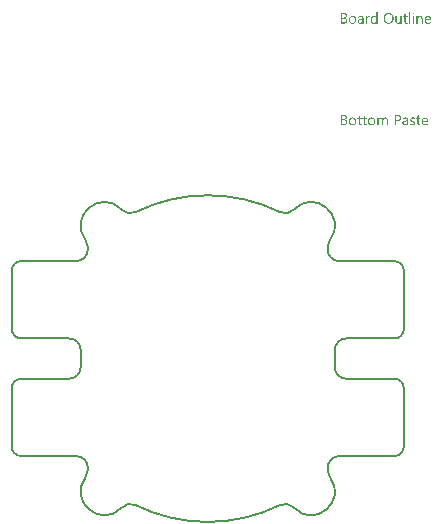
<source format=gbp>
G04*
G04 #@! TF.GenerationSoftware,Altium Limited,Altium Designer,21.8.1 (53)*
G04*
G04 Layer_Color=128*
%FSAX25Y25*%
%MOIN*%
G70*
G04*
G04 #@! TF.SameCoordinates,7A0B2967-6A00-4F57-884A-72BECA2B0823*
G04*
G04*
G04 #@! TF.FilePolarity,Positive*
G04*
G01*
G75*
%ADD12C,0.00787*%
G36*
X0068599Y0167500D02*
X0068624D01*
X0068679Y0167475D01*
X0068710Y0167456D01*
X0068741Y0167432D01*
X0068747Y0167426D01*
X0068754Y0167419D01*
X0068785Y0167382D01*
X0068809Y0167320D01*
X0068815Y0167283D01*
X0068822Y0167246D01*
Y0167240D01*
Y0167227D01*
X0068815Y0167209D01*
X0068809Y0167184D01*
X0068791Y0167122D01*
X0068766Y0167091D01*
X0068741Y0167060D01*
X0068735D01*
X0068729Y0167048D01*
X0068692Y0167023D01*
X0068636Y0166998D01*
X0068599Y0166992D01*
X0068562Y0166986D01*
X0068543D01*
X0068525Y0166992D01*
X0068500D01*
X0068438Y0167017D01*
X0068407Y0167029D01*
X0068376Y0167054D01*
Y0167060D01*
X0068364Y0167066D01*
X0068351Y0167085D01*
X0068339Y0167104D01*
X0068314Y0167166D01*
X0068308Y0167203D01*
X0068302Y0167246D01*
Y0167252D01*
Y0167264D01*
X0068308Y0167283D01*
X0068314Y0167314D01*
X0068333Y0167370D01*
X0068351Y0167401D01*
X0068376Y0167432D01*
X0068382Y0167438D01*
X0068388Y0167444D01*
X0068426Y0167469D01*
X0068487Y0167493D01*
X0068525Y0167506D01*
X0068580D01*
X0068599Y0167500D01*
D02*
G37*
G36*
X0056609Y0163835D02*
X0056207D01*
Y0164256D01*
X0056194D01*
Y0164250D01*
X0056182Y0164238D01*
X0056163Y0164213D01*
X0056145Y0164182D01*
X0056114Y0164145D01*
X0056077Y0164108D01*
X0056033Y0164064D01*
X0055984Y0164021D01*
X0055928Y0163971D01*
X0055860Y0163928D01*
X0055792Y0163891D01*
X0055711Y0163854D01*
X0055631Y0163823D01*
X0055538Y0163798D01*
X0055439Y0163786D01*
X0055334Y0163779D01*
X0055290D01*
X0055253Y0163786D01*
X0055216Y0163792D01*
X0055167Y0163798D01*
X0055061Y0163823D01*
X0054937Y0163860D01*
X0054814Y0163922D01*
X0054746Y0163959D01*
X0054690Y0164002D01*
X0054628Y0164058D01*
X0054572Y0164114D01*
Y0164120D01*
X0054560Y0164132D01*
X0054548Y0164151D01*
X0054529Y0164176D01*
X0054510Y0164207D01*
X0054486Y0164250D01*
X0054461Y0164299D01*
X0054436Y0164355D01*
X0054405Y0164417D01*
X0054380Y0164485D01*
X0054356Y0164559D01*
X0054337Y0164640D01*
X0054318Y0164727D01*
X0054306Y0164826D01*
X0054300Y0164925D01*
X0054294Y0165030D01*
Y0165036D01*
Y0165055D01*
Y0165092D01*
X0054300Y0165135D01*
X0054306Y0165185D01*
X0054312Y0165247D01*
X0054318Y0165315D01*
X0054331Y0165389D01*
X0054368Y0165550D01*
X0054424Y0165717D01*
X0054461Y0165797D01*
X0054504Y0165878D01*
X0054548Y0165952D01*
X0054603Y0166026D01*
X0054610Y0166033D01*
X0054616Y0166045D01*
X0054634Y0166064D01*
X0054659Y0166088D01*
X0054690Y0166113D01*
X0054733Y0166144D01*
X0054777Y0166181D01*
X0054826Y0166218D01*
X0054950Y0166287D01*
X0055092Y0166348D01*
X0055173Y0166367D01*
X0055259Y0166385D01*
X0055346Y0166398D01*
X0055445Y0166404D01*
X0055495D01*
X0055532Y0166398D01*
X0055569Y0166392D01*
X0055618Y0166385D01*
X0055730Y0166355D01*
X0055854Y0166305D01*
X0055915Y0166274D01*
X0055977Y0166231D01*
X0056039Y0166187D01*
X0056095Y0166132D01*
X0056145Y0166070D01*
X0056194Y0165996D01*
X0056207D01*
Y0167555D01*
X0056609D01*
Y0163835D01*
D02*
G37*
G36*
X0070877Y0166398D02*
X0070951Y0166392D01*
X0071044Y0166373D01*
X0071143Y0166342D01*
X0071248Y0166293D01*
X0071353Y0166225D01*
X0071397Y0166187D01*
X0071440Y0166138D01*
X0071452Y0166126D01*
X0071477Y0166088D01*
X0071508Y0166026D01*
X0071552Y0165940D01*
X0071589Y0165835D01*
X0071626Y0165705D01*
X0071650Y0165550D01*
X0071657Y0165370D01*
Y0163835D01*
X0071254D01*
Y0165265D01*
Y0165271D01*
Y0165302D01*
X0071248Y0165339D01*
Y0165389D01*
X0071236Y0165451D01*
X0071223Y0165519D01*
X0071205Y0165593D01*
X0071180Y0165667D01*
X0071149Y0165742D01*
X0071112Y0165810D01*
X0071062Y0165878D01*
X0071007Y0165940D01*
X0070945Y0165989D01*
X0070864Y0166026D01*
X0070778Y0166058D01*
X0070673Y0166064D01*
X0070660D01*
X0070623Y0166058D01*
X0070567Y0166051D01*
X0070499Y0166033D01*
X0070419Y0166008D01*
X0070332Y0165965D01*
X0070252Y0165909D01*
X0070171Y0165835D01*
X0070165Y0165822D01*
X0070140Y0165797D01*
X0070109Y0165748D01*
X0070072Y0165680D01*
X0070035Y0165599D01*
X0070004Y0165500D01*
X0069979Y0165389D01*
X0069973Y0165265D01*
Y0163835D01*
X0069571D01*
Y0166348D01*
X0069973D01*
Y0165928D01*
X0069985D01*
X0069992Y0165934D01*
X0069998Y0165946D01*
X0070016Y0165971D01*
X0070041Y0166002D01*
X0070066Y0166039D01*
X0070103Y0166076D01*
X0070146Y0166119D01*
X0070196Y0166169D01*
X0070252Y0166212D01*
X0070314Y0166255D01*
X0070382Y0166293D01*
X0070456Y0166330D01*
X0070530Y0166361D01*
X0070617Y0166385D01*
X0070710Y0166398D01*
X0070809Y0166404D01*
X0070846D01*
X0070877Y0166398D01*
D02*
G37*
G36*
X0053879Y0166385D02*
X0053953Y0166379D01*
X0053997Y0166367D01*
X0054028Y0166355D01*
Y0165940D01*
X0054021Y0165946D01*
X0054009Y0165952D01*
X0053984Y0165965D01*
X0053953Y0165983D01*
X0053910Y0165996D01*
X0053854Y0166008D01*
X0053792Y0166014D01*
X0053724Y0166020D01*
X0053712D01*
X0053681Y0166014D01*
X0053631Y0166008D01*
X0053576Y0165989D01*
X0053501Y0165958D01*
X0053433Y0165915D01*
X0053359Y0165853D01*
X0053291Y0165773D01*
X0053285Y0165760D01*
X0053266Y0165729D01*
X0053235Y0165674D01*
X0053204Y0165599D01*
X0053173Y0165506D01*
X0053142Y0165389D01*
X0053124Y0165259D01*
X0053118Y0165110D01*
Y0163835D01*
X0052715D01*
Y0166348D01*
X0053118D01*
Y0165828D01*
X0053130D01*
Y0165835D01*
X0053136Y0165841D01*
X0053149Y0165872D01*
X0053167Y0165921D01*
X0053198Y0165983D01*
X0053229Y0166045D01*
X0053279Y0166113D01*
X0053328Y0166181D01*
X0053390Y0166243D01*
X0053396Y0166249D01*
X0053421Y0166268D01*
X0053458Y0166293D01*
X0053508Y0166317D01*
X0053563Y0166342D01*
X0053631Y0166367D01*
X0053706Y0166385D01*
X0053786Y0166392D01*
X0053842D01*
X0053879Y0166385D01*
D02*
G37*
G36*
X0064619Y0163835D02*
X0064216D01*
Y0164231D01*
X0064204D01*
Y0164225D01*
X0064192Y0164213D01*
X0064179Y0164188D01*
X0064154Y0164163D01*
X0064099Y0164089D01*
X0064012Y0164009D01*
X0063963Y0163965D01*
X0063907Y0163922D01*
X0063845Y0163885D01*
X0063771Y0163848D01*
X0063696Y0163823D01*
X0063616Y0163798D01*
X0063523Y0163786D01*
X0063430Y0163779D01*
X0063393D01*
X0063350Y0163786D01*
X0063288Y0163798D01*
X0063220Y0163811D01*
X0063146Y0163835D01*
X0063065Y0163866D01*
X0062985Y0163916D01*
X0062898Y0163971D01*
X0062817Y0164040D01*
X0062743Y0164126D01*
X0062675Y0164231D01*
X0062613Y0164349D01*
X0062570Y0164491D01*
X0062545Y0164658D01*
X0062533Y0164745D01*
Y0164844D01*
Y0166348D01*
X0062929D01*
Y0164906D01*
Y0164900D01*
Y0164875D01*
X0062935Y0164832D01*
X0062941Y0164782D01*
X0062947Y0164720D01*
X0062960Y0164658D01*
X0062978Y0164584D01*
X0063003Y0164510D01*
X0063040Y0164436D01*
X0063077Y0164368D01*
X0063127Y0164299D01*
X0063189Y0164238D01*
X0063257Y0164188D01*
X0063337Y0164151D01*
X0063436Y0164120D01*
X0063542Y0164114D01*
X0063554D01*
X0063591Y0164120D01*
X0063647Y0164126D01*
X0063709Y0164139D01*
X0063789Y0164170D01*
X0063870Y0164207D01*
X0063950Y0164256D01*
X0064024Y0164330D01*
X0064031Y0164343D01*
X0064055Y0164368D01*
X0064086Y0164417D01*
X0064123Y0164485D01*
X0064154Y0164566D01*
X0064185Y0164665D01*
X0064210Y0164776D01*
X0064216Y0164900D01*
Y0166348D01*
X0064619D01*
Y0163835D01*
D02*
G37*
G36*
X0068754D02*
X0068351D01*
Y0166348D01*
X0068754D01*
Y0163835D01*
D02*
G37*
G36*
X0067534D02*
X0067132D01*
Y0167555D01*
X0067534D01*
Y0163835D01*
D02*
G37*
G36*
X0051155Y0166398D02*
X0051211Y0166392D01*
X0051279Y0166373D01*
X0051354Y0166355D01*
X0051434Y0166324D01*
X0051521Y0166287D01*
X0051601Y0166237D01*
X0051682Y0166175D01*
X0051756Y0166101D01*
X0051824Y0166008D01*
X0051880Y0165903D01*
X0051923Y0165779D01*
X0051948Y0165637D01*
X0051960Y0165469D01*
Y0163835D01*
X0051558D01*
Y0164225D01*
X0051545D01*
Y0164219D01*
X0051533Y0164207D01*
X0051521Y0164182D01*
X0051496Y0164157D01*
X0051434Y0164083D01*
X0051354Y0164002D01*
X0051242Y0163922D01*
X0051112Y0163848D01*
X0051032Y0163823D01*
X0050951Y0163798D01*
X0050864Y0163786D01*
X0050772Y0163779D01*
X0050735D01*
X0050710Y0163786D01*
X0050642Y0163792D01*
X0050561Y0163804D01*
X0050462Y0163829D01*
X0050369Y0163860D01*
X0050270Y0163909D01*
X0050184Y0163971D01*
X0050177Y0163984D01*
X0050153Y0164009D01*
X0050116Y0164052D01*
X0050078Y0164114D01*
X0050041Y0164188D01*
X0050004Y0164275D01*
X0049979Y0164380D01*
X0049973Y0164498D01*
Y0164504D01*
Y0164529D01*
X0049979Y0164566D01*
X0049986Y0164609D01*
X0049998Y0164665D01*
X0050016Y0164727D01*
X0050041Y0164795D01*
X0050078Y0164863D01*
X0050122Y0164937D01*
X0050177Y0165011D01*
X0050245Y0165079D01*
X0050326Y0165141D01*
X0050419Y0165203D01*
X0050530Y0165253D01*
X0050654Y0165290D01*
X0050803Y0165321D01*
X0051558Y0165426D01*
Y0165432D01*
Y0165451D01*
X0051552Y0165488D01*
Y0165525D01*
X0051539Y0165575D01*
X0051533Y0165630D01*
X0051496Y0165748D01*
X0051465Y0165804D01*
X0051434Y0165859D01*
X0051391Y0165915D01*
X0051341Y0165965D01*
X0051279Y0166008D01*
X0051211Y0166039D01*
X0051131Y0166058D01*
X0051038Y0166064D01*
X0050994D01*
X0050963Y0166058D01*
X0050920D01*
X0050877Y0166045D01*
X0050766Y0166026D01*
X0050642Y0165989D01*
X0050506Y0165934D01*
X0050431Y0165896D01*
X0050363Y0165859D01*
X0050289Y0165810D01*
X0050221Y0165754D01*
Y0166169D01*
X0050227D01*
X0050239Y0166181D01*
X0050258Y0166194D01*
X0050289Y0166206D01*
X0050320Y0166225D01*
X0050363Y0166243D01*
X0050413Y0166262D01*
X0050468Y0166287D01*
X0050592Y0166330D01*
X0050741Y0166367D01*
X0050902Y0166392D01*
X0051075Y0166404D01*
X0051112D01*
X0051155Y0166398D01*
D02*
G37*
G36*
X0045467Y0167345D02*
X0045510D01*
X0045553Y0167339D01*
X0045652Y0167326D01*
X0045770Y0167296D01*
X0045894Y0167258D01*
X0046011Y0167203D01*
X0046117Y0167128D01*
X0046123D01*
X0046129Y0167116D01*
X0046160Y0167091D01*
X0046203Y0167042D01*
X0046253Y0166974D01*
X0046296Y0166887D01*
X0046340Y0166788D01*
X0046371Y0166676D01*
X0046383Y0166615D01*
Y0166546D01*
Y0166540D01*
Y0166534D01*
Y0166497D01*
X0046377Y0166441D01*
X0046364Y0166373D01*
X0046346Y0166287D01*
X0046315Y0166200D01*
X0046278Y0166113D01*
X0046222Y0166026D01*
X0046216Y0166014D01*
X0046191Y0165989D01*
X0046154Y0165952D01*
X0046104Y0165903D01*
X0046042Y0165853D01*
X0045968Y0165797D01*
X0045875Y0165754D01*
X0045776Y0165711D01*
Y0165705D01*
X0045795D01*
X0045814Y0165698D01*
X0045832Y0165692D01*
X0045900Y0165680D01*
X0045981Y0165655D01*
X0046067Y0165618D01*
X0046160Y0165575D01*
X0046253Y0165513D01*
X0046340Y0165432D01*
X0046352Y0165420D01*
X0046377Y0165389D01*
X0046408Y0165346D01*
X0046451Y0165278D01*
X0046488Y0165191D01*
X0046525Y0165092D01*
X0046550Y0164974D01*
X0046556Y0164844D01*
Y0164838D01*
Y0164826D01*
Y0164801D01*
X0046550Y0164770D01*
X0046544Y0164733D01*
X0046538Y0164690D01*
X0046513Y0164584D01*
X0046476Y0164467D01*
X0046420Y0164343D01*
X0046383Y0164287D01*
X0046340Y0164225D01*
X0046284Y0164170D01*
X0046228Y0164114D01*
X0046222D01*
X0046216Y0164101D01*
X0046197Y0164089D01*
X0046172Y0164070D01*
X0046141Y0164052D01*
X0046098Y0164027D01*
X0046005Y0163978D01*
X0045888Y0163922D01*
X0045752Y0163879D01*
X0045591Y0163848D01*
X0045510Y0163841D01*
X0045417Y0163835D01*
X0044390D01*
Y0167351D01*
X0045436D01*
X0045467Y0167345D01*
D02*
G37*
G36*
X0065962Y0166348D02*
X0066600D01*
Y0166002D01*
X0065962D01*
Y0164584D01*
Y0164572D01*
Y0164541D01*
X0065968Y0164498D01*
X0065974Y0164442D01*
X0065999Y0164324D01*
X0066018Y0164269D01*
X0066049Y0164225D01*
X0066055Y0164219D01*
X0066067Y0164207D01*
X0066086Y0164194D01*
X0066117Y0164176D01*
X0066154Y0164151D01*
X0066203Y0164139D01*
X0066265Y0164126D01*
X0066333Y0164120D01*
X0066358D01*
X0066389Y0164126D01*
X0066426Y0164132D01*
X0066513Y0164157D01*
X0066556Y0164176D01*
X0066600Y0164200D01*
Y0163854D01*
X0066593D01*
X0066575Y0163841D01*
X0066544Y0163835D01*
X0066500Y0163823D01*
X0066445Y0163811D01*
X0066383Y0163798D01*
X0066309Y0163792D01*
X0066222Y0163786D01*
X0066191D01*
X0066160Y0163792D01*
X0066117Y0163798D01*
X0066067Y0163811D01*
X0066011Y0163823D01*
X0065956Y0163848D01*
X0065894Y0163879D01*
X0065832Y0163916D01*
X0065770Y0163965D01*
X0065714Y0164021D01*
X0065665Y0164095D01*
X0065622Y0164176D01*
X0065591Y0164275D01*
X0065566Y0164386D01*
X0065560Y0164516D01*
Y0166002D01*
X0065132D01*
Y0166348D01*
X0065560D01*
Y0166961D01*
X0065962Y0167091D01*
Y0166348D01*
D02*
G37*
G36*
X0073489Y0166398D02*
X0073532Y0166392D01*
X0073576Y0166385D01*
X0073687Y0166367D01*
X0073811Y0166324D01*
X0073935Y0166268D01*
X0073997Y0166231D01*
X0074058Y0166187D01*
X0074114Y0166138D01*
X0074170Y0166082D01*
X0074176Y0166076D01*
X0074182Y0166070D01*
X0074195Y0166051D01*
X0074213Y0166026D01*
X0074232Y0165989D01*
X0074256Y0165952D01*
X0074281Y0165909D01*
X0074306Y0165853D01*
X0074331Y0165791D01*
X0074356Y0165729D01*
X0074380Y0165655D01*
X0074399Y0165575D01*
X0074417Y0165488D01*
X0074430Y0165401D01*
X0074442Y0165302D01*
Y0165197D01*
Y0164987D01*
X0072666D01*
Y0164980D01*
Y0164968D01*
Y0164950D01*
X0072672Y0164918D01*
X0072678Y0164881D01*
Y0164844D01*
X0072697Y0164745D01*
X0072728Y0164646D01*
X0072765Y0164535D01*
X0072820Y0164429D01*
X0072888Y0164337D01*
X0072901Y0164324D01*
X0072926Y0164299D01*
X0072975Y0164269D01*
X0073043Y0164225D01*
X0073130Y0164182D01*
X0073229Y0164151D01*
X0073347Y0164126D01*
X0073483Y0164114D01*
X0073526D01*
X0073557Y0164120D01*
X0073594D01*
X0073637Y0164126D01*
X0073743Y0164151D01*
X0073860Y0164182D01*
X0073990Y0164231D01*
X0074126Y0164299D01*
X0074195Y0164343D01*
X0074263Y0164392D01*
Y0164015D01*
X0074256D01*
X0074250Y0164002D01*
X0074232Y0163996D01*
X0074201Y0163978D01*
X0074170Y0163959D01*
X0074133Y0163941D01*
X0074083Y0163922D01*
X0074034Y0163897D01*
X0073972Y0163872D01*
X0073904Y0163854D01*
X0073755Y0163817D01*
X0073582Y0163792D01*
X0073390Y0163779D01*
X0073340D01*
X0073303Y0163786D01*
X0073260Y0163792D01*
X0073204Y0163798D01*
X0073087Y0163823D01*
X0072950Y0163860D01*
X0072814Y0163922D01*
X0072746Y0163965D01*
X0072678Y0164009D01*
X0072616Y0164058D01*
X0072554Y0164120D01*
X0072548Y0164126D01*
X0072542Y0164139D01*
X0072530Y0164157D01*
X0072505Y0164182D01*
X0072486Y0164219D01*
X0072461Y0164262D01*
X0072430Y0164312D01*
X0072406Y0164368D01*
X0072375Y0164429D01*
X0072350Y0164504D01*
X0072319Y0164584D01*
X0072300Y0164671D01*
X0072282Y0164764D01*
X0072263Y0164863D01*
X0072257Y0164968D01*
X0072251Y0165079D01*
Y0165086D01*
Y0165104D01*
Y0165135D01*
X0072257Y0165179D01*
X0072263Y0165228D01*
X0072269Y0165284D01*
X0072276Y0165352D01*
X0072294Y0165420D01*
X0072331Y0165568D01*
X0072387Y0165729D01*
X0072424Y0165810D01*
X0072474Y0165884D01*
X0072523Y0165965D01*
X0072579Y0166033D01*
X0072585Y0166039D01*
X0072598Y0166051D01*
X0072616Y0166070D01*
X0072641Y0166088D01*
X0072672Y0166119D01*
X0072709Y0166150D01*
X0072759Y0166181D01*
X0072808Y0166218D01*
X0072926Y0166287D01*
X0073068Y0166348D01*
X0073149Y0166367D01*
X0073229Y0166385D01*
X0073316Y0166398D01*
X0073409Y0166404D01*
X0073458D01*
X0073489Y0166398D01*
D02*
G37*
G36*
X0060447Y0167407D02*
X0060509Y0167401D01*
X0060583Y0167388D01*
X0060663Y0167370D01*
X0060750Y0167351D01*
X0060837Y0167326D01*
X0060936Y0167296D01*
X0061028Y0167252D01*
X0061128Y0167203D01*
X0061227Y0167147D01*
X0061319Y0167079D01*
X0061412Y0167005D01*
X0061499Y0166918D01*
X0061505Y0166912D01*
X0061518Y0166893D01*
X0061542Y0166868D01*
X0061567Y0166831D01*
X0061604Y0166782D01*
X0061641Y0166720D01*
X0061678Y0166652D01*
X0061722Y0166577D01*
X0061765Y0166485D01*
X0061802Y0166392D01*
X0061839Y0166287D01*
X0061876Y0166169D01*
X0061901Y0166051D01*
X0061926Y0165921D01*
X0061938Y0165779D01*
X0061945Y0165637D01*
Y0165624D01*
Y0165599D01*
Y0165556D01*
X0061938Y0165494D01*
X0061932Y0165420D01*
X0061920Y0165339D01*
X0061908Y0165247D01*
X0061889Y0165141D01*
X0061864Y0165036D01*
X0061833Y0164925D01*
X0061796Y0164813D01*
X0061753Y0164702D01*
X0061697Y0164584D01*
X0061635Y0164479D01*
X0061567Y0164374D01*
X0061487Y0164275D01*
X0061480Y0164269D01*
X0061468Y0164256D01*
X0061437Y0164231D01*
X0061406Y0164200D01*
X0061357Y0164157D01*
X0061301Y0164120D01*
X0061239Y0164070D01*
X0061165Y0164027D01*
X0061084Y0163984D01*
X0060991Y0163934D01*
X0060892Y0163897D01*
X0060781Y0163860D01*
X0060663Y0163823D01*
X0060540Y0163798D01*
X0060409Y0163786D01*
X0060267Y0163779D01*
X0060236D01*
X0060193Y0163786D01*
X0060143D01*
X0060081Y0163792D01*
X0060007Y0163804D01*
X0059927Y0163823D01*
X0059834Y0163841D01*
X0059741Y0163866D01*
X0059642Y0163897D01*
X0059543Y0163941D01*
X0059444Y0163984D01*
X0059345Y0164040D01*
X0059246Y0164108D01*
X0059153Y0164182D01*
X0059066Y0164269D01*
X0059060Y0164275D01*
X0059048Y0164293D01*
X0059023Y0164318D01*
X0058998Y0164355D01*
X0058961Y0164405D01*
X0058924Y0164467D01*
X0058887Y0164535D01*
X0058843Y0164615D01*
X0058800Y0164702D01*
X0058763Y0164795D01*
X0058726Y0164900D01*
X0058689Y0165017D01*
X0058664Y0165135D01*
X0058639Y0165265D01*
X0058627Y0165408D01*
X0058621Y0165550D01*
Y0165562D01*
Y0165587D01*
X0058627Y0165630D01*
Y0165692D01*
X0058633Y0165760D01*
X0058645Y0165847D01*
X0058658Y0165940D01*
X0058676Y0166039D01*
X0058701Y0166144D01*
X0058732Y0166255D01*
X0058769Y0166367D01*
X0058812Y0166478D01*
X0058868Y0166590D01*
X0058930Y0166701D01*
X0058998Y0166806D01*
X0059079Y0166905D01*
X0059085Y0166912D01*
X0059097Y0166930D01*
X0059128Y0166955D01*
X0059165Y0166986D01*
X0059209Y0167023D01*
X0059264Y0167066D01*
X0059332Y0167110D01*
X0059407Y0167159D01*
X0059493Y0167209D01*
X0059586Y0167252D01*
X0059685Y0167296D01*
X0059797Y0167333D01*
X0059921Y0167364D01*
X0060050Y0167394D01*
X0060187Y0167407D01*
X0060329Y0167413D01*
X0060397D01*
X0060447Y0167407D01*
D02*
G37*
G36*
X0048419Y0166398D02*
X0048463Y0166392D01*
X0048518Y0166385D01*
X0048642Y0166361D01*
X0048785Y0166317D01*
X0048927Y0166255D01*
X0049001Y0166218D01*
X0049069Y0166175D01*
X0049137Y0166119D01*
X0049199Y0166058D01*
X0049206Y0166051D01*
X0049212Y0166039D01*
X0049230Y0166020D01*
X0049249Y0165996D01*
X0049274Y0165958D01*
X0049298Y0165915D01*
X0049329Y0165866D01*
X0049360Y0165810D01*
X0049385Y0165742D01*
X0049416Y0165674D01*
X0049441Y0165593D01*
X0049466Y0165506D01*
X0049484Y0165414D01*
X0049503Y0165315D01*
X0049509Y0165209D01*
X0049515Y0165098D01*
Y0165092D01*
Y0165073D01*
Y0165042D01*
X0049509Y0164999D01*
X0049503Y0164950D01*
X0049496Y0164888D01*
X0049484Y0164826D01*
X0049472Y0164751D01*
X0049435Y0164603D01*
X0049373Y0164442D01*
X0049336Y0164361D01*
X0049286Y0164281D01*
X0049237Y0164207D01*
X0049175Y0164139D01*
X0049168Y0164132D01*
X0049156Y0164126D01*
X0049137Y0164108D01*
X0049113Y0164083D01*
X0049076Y0164058D01*
X0049038Y0164027D01*
X0048989Y0163990D01*
X0048933Y0163959D01*
X0048871Y0163928D01*
X0048803Y0163891D01*
X0048729Y0163860D01*
X0048649Y0163835D01*
X0048562Y0163811D01*
X0048469Y0163798D01*
X0048370Y0163786D01*
X0048265Y0163779D01*
X0048209D01*
X0048172Y0163786D01*
X0048129Y0163792D01*
X0048073Y0163798D01*
X0048011Y0163811D01*
X0047943Y0163823D01*
X0047800Y0163866D01*
X0047652Y0163928D01*
X0047578Y0163965D01*
X0047510Y0164015D01*
X0047441Y0164064D01*
X0047373Y0164126D01*
X0047367Y0164132D01*
X0047361Y0164145D01*
X0047342Y0164163D01*
X0047324Y0164188D01*
X0047299Y0164225D01*
X0047268Y0164269D01*
X0047237Y0164318D01*
X0047212Y0164374D01*
X0047181Y0164442D01*
X0047150Y0164510D01*
X0047120Y0164584D01*
X0047095Y0164671D01*
X0047058Y0164857D01*
X0047052Y0164956D01*
X0047045Y0165061D01*
Y0165067D01*
Y0165092D01*
Y0165123D01*
X0047052Y0165166D01*
X0047058Y0165216D01*
X0047064Y0165278D01*
X0047076Y0165346D01*
X0047089Y0165420D01*
X0047126Y0165581D01*
X0047188Y0165742D01*
X0047231Y0165822D01*
X0047274Y0165903D01*
X0047324Y0165977D01*
X0047386Y0166045D01*
X0047392Y0166051D01*
X0047404Y0166064D01*
X0047423Y0166076D01*
X0047448Y0166101D01*
X0047485Y0166126D01*
X0047528Y0166156D01*
X0047578Y0166194D01*
X0047633Y0166225D01*
X0047695Y0166255D01*
X0047769Y0166293D01*
X0047844Y0166324D01*
X0047930Y0166348D01*
X0048017Y0166373D01*
X0048116Y0166392D01*
X0048221Y0166398D01*
X0048327Y0166404D01*
X0048382D01*
X0048419Y0166398D01*
D02*
G37*
G36*
X0068518Y0132540D02*
X0068599Y0132533D01*
X0068686Y0132521D01*
X0068785Y0132496D01*
X0068884Y0132472D01*
X0068983Y0132434D01*
Y0132026D01*
X0068970Y0132032D01*
X0068933Y0132057D01*
X0068877Y0132082D01*
X0068803Y0132119D01*
X0068710Y0132150D01*
X0068599Y0132181D01*
X0068475Y0132199D01*
X0068345Y0132205D01*
X0068277D01*
X0068215Y0132193D01*
X0068141Y0132181D01*
X0068135D01*
X0068128Y0132174D01*
X0068091Y0132162D01*
X0068042Y0132137D01*
X0067986Y0132106D01*
X0067974Y0132100D01*
X0067949Y0132075D01*
X0067918Y0132038D01*
X0067887Y0131995D01*
X0067881Y0131983D01*
X0067868Y0131952D01*
X0067856Y0131908D01*
X0067850Y0131852D01*
Y0131846D01*
Y0131834D01*
Y0131815D01*
X0067856Y0131797D01*
X0067868Y0131741D01*
X0067887Y0131685D01*
X0067893Y0131673D01*
X0067912Y0131648D01*
X0067949Y0131611D01*
X0067992Y0131568D01*
X0067998D01*
X0068005Y0131562D01*
X0068042Y0131537D01*
X0068091Y0131506D01*
X0068159Y0131475D01*
X0068165D01*
X0068178Y0131469D01*
X0068196Y0131463D01*
X0068227Y0131450D01*
X0068296Y0131425D01*
X0068382Y0131388D01*
X0068388D01*
X0068413Y0131376D01*
X0068444Y0131363D01*
X0068481Y0131351D01*
X0068580Y0131308D01*
X0068679Y0131258D01*
X0068686D01*
X0068704Y0131246D01*
X0068729Y0131234D01*
X0068760Y0131215D01*
X0068834Y0131166D01*
X0068908Y0131104D01*
X0068915Y0131097D01*
X0068927Y0131091D01*
X0068939Y0131073D01*
X0068964Y0131048D01*
X0069007Y0130986D01*
X0069051Y0130905D01*
Y0130899D01*
X0069057Y0130887D01*
X0069069Y0130862D01*
X0069076Y0130831D01*
X0069088Y0130794D01*
X0069094Y0130751D01*
X0069100Y0130646D01*
Y0130639D01*
Y0130615D01*
X0069094Y0130577D01*
X0069088Y0130534D01*
X0069082Y0130485D01*
X0069063Y0130429D01*
X0069045Y0130379D01*
X0069014Y0130324D01*
X0069007Y0130317D01*
X0069001Y0130299D01*
X0068983Y0130274D01*
X0068958Y0130243D01*
X0068927Y0130206D01*
X0068890Y0130169D01*
X0068797Y0130095D01*
X0068791Y0130088D01*
X0068772Y0130082D01*
X0068747Y0130064D01*
X0068704Y0130045D01*
X0068661Y0130020D01*
X0068605Y0130002D01*
X0068549Y0129983D01*
X0068481Y0129965D01*
X0068475D01*
X0068450Y0129958D01*
X0068413Y0129952D01*
X0068370Y0129946D01*
X0068308Y0129934D01*
X0068246Y0129928D01*
X0068104Y0129921D01*
X0068042D01*
X0067967Y0129928D01*
X0067875Y0129940D01*
X0067769Y0129958D01*
X0067658Y0129983D01*
X0067547Y0130014D01*
X0067435Y0130064D01*
Y0130497D01*
X0067441D01*
X0067448Y0130485D01*
X0067466Y0130472D01*
X0067491Y0130460D01*
X0067559Y0130423D01*
X0067652Y0130379D01*
X0067757Y0130330D01*
X0067881Y0130293D01*
X0068017Y0130268D01*
X0068159Y0130255D01*
X0068209D01*
X0068240Y0130262D01*
X0068326Y0130274D01*
X0068426Y0130299D01*
X0068518Y0130342D01*
X0068562Y0130373D01*
X0068605Y0130404D01*
X0068636Y0130447D01*
X0068661Y0130491D01*
X0068679Y0130546D01*
X0068686Y0130608D01*
Y0130615D01*
Y0130627D01*
Y0130646D01*
X0068679Y0130664D01*
X0068667Y0130720D01*
X0068642Y0130775D01*
Y0130782D01*
X0068636Y0130788D01*
X0068611Y0130819D01*
X0068574Y0130862D01*
X0068518Y0130899D01*
X0068512D01*
X0068506Y0130912D01*
X0068469Y0130930D01*
X0068413Y0130967D01*
X0068339Y0130998D01*
X0068333D01*
X0068320Y0131005D01*
X0068302Y0131017D01*
X0068271Y0131029D01*
X0068203Y0131054D01*
X0068116Y0131091D01*
X0068110D01*
X0068085Y0131104D01*
X0068054Y0131116D01*
X0068017Y0131128D01*
X0067918Y0131172D01*
X0067819Y0131221D01*
X0067813Y0131227D01*
X0067800Y0131234D01*
X0067776Y0131246D01*
X0067745Y0131264D01*
X0067677Y0131314D01*
X0067608Y0131370D01*
X0067602Y0131376D01*
X0067596Y0131382D01*
X0067577Y0131401D01*
X0067559Y0131425D01*
X0067516Y0131487D01*
X0067479Y0131562D01*
Y0131568D01*
X0067472Y0131580D01*
X0067466Y0131605D01*
X0067460Y0131636D01*
X0067454Y0131673D01*
X0067448Y0131716D01*
X0067441Y0131822D01*
Y0131828D01*
Y0131852D01*
X0067448Y0131884D01*
X0067454Y0131927D01*
X0067460Y0131976D01*
X0067479Y0132026D01*
X0067497Y0132082D01*
X0067522Y0132131D01*
X0067528Y0132137D01*
X0067534Y0132156D01*
X0067553Y0132181D01*
X0067577Y0132212D01*
X0067646Y0132286D01*
X0067732Y0132360D01*
X0067738Y0132366D01*
X0067757Y0132372D01*
X0067782Y0132391D01*
X0067825Y0132410D01*
X0067868Y0132434D01*
X0067918Y0132459D01*
X0068042Y0132496D01*
X0068048D01*
X0068073Y0132502D01*
X0068104Y0132515D01*
X0068153Y0132521D01*
X0068203Y0132533D01*
X0068265Y0132540D01*
X0068401Y0132546D01*
X0068457D01*
X0068518Y0132540D01*
D02*
G37*
G36*
X0059326D02*
X0059382Y0132527D01*
X0059444Y0132515D01*
X0059512Y0132490D01*
X0059592Y0132459D01*
X0059667Y0132416D01*
X0059747Y0132366D01*
X0059821Y0132298D01*
X0059890Y0132212D01*
X0059951Y0132113D01*
X0060007Y0132001D01*
X0060044Y0131859D01*
X0060075Y0131704D01*
X0060081Y0131525D01*
Y0129977D01*
X0059679D01*
Y0131419D01*
Y0131425D01*
Y0131438D01*
Y0131456D01*
Y0131487D01*
X0059673Y0131562D01*
X0059661Y0131648D01*
X0059648Y0131747D01*
X0059623Y0131846D01*
X0059592Y0131939D01*
X0059549Y0132020D01*
X0059543Y0132026D01*
X0059524Y0132051D01*
X0059493Y0132082D01*
X0059444Y0132113D01*
X0059388Y0132150D01*
X0059314Y0132174D01*
X0059221Y0132199D01*
X0059116Y0132205D01*
X0059103D01*
X0059072Y0132199D01*
X0059023Y0132193D01*
X0058961Y0132174D01*
X0058893Y0132150D01*
X0058819Y0132106D01*
X0058744Y0132051D01*
X0058676Y0131970D01*
X0058670Y0131958D01*
X0058652Y0131927D01*
X0058621Y0131877D01*
X0058590Y0131809D01*
X0058552Y0131729D01*
X0058528Y0131636D01*
X0058503Y0131525D01*
X0058497Y0131407D01*
Y0129977D01*
X0058094D01*
Y0131469D01*
Y0131475D01*
Y0131500D01*
X0058088Y0131537D01*
Y0131586D01*
X0058076Y0131642D01*
X0058064Y0131704D01*
X0058045Y0131766D01*
X0058026Y0131840D01*
X0057995Y0131908D01*
X0057958Y0131970D01*
X0057909Y0132032D01*
X0057853Y0132088D01*
X0057791Y0132137D01*
X0057711Y0132174D01*
X0057624Y0132199D01*
X0057525Y0132205D01*
X0057513D01*
X0057482Y0132199D01*
X0057432Y0132193D01*
X0057370Y0132181D01*
X0057302Y0132150D01*
X0057228Y0132113D01*
X0057153Y0132057D01*
X0057086Y0131983D01*
X0057079Y0131970D01*
X0057061Y0131945D01*
X0057030Y0131896D01*
X0056999Y0131828D01*
X0056968Y0131747D01*
X0056937Y0131648D01*
X0056918Y0131537D01*
X0056912Y0131407D01*
Y0129977D01*
X0056510D01*
Y0132490D01*
X0056912D01*
Y0132088D01*
X0056924D01*
X0056931Y0132094D01*
X0056937Y0132106D01*
X0056955Y0132131D01*
X0056974Y0132162D01*
X0057036Y0132230D01*
X0057123Y0132317D01*
X0057234Y0132404D01*
X0057364Y0132472D01*
X0057445Y0132502D01*
X0057525Y0132527D01*
X0057612Y0132540D01*
X0057704Y0132546D01*
X0057748D01*
X0057797Y0132540D01*
X0057859Y0132527D01*
X0057927Y0132509D01*
X0058002Y0132484D01*
X0058076Y0132453D01*
X0058150Y0132404D01*
X0058156Y0132397D01*
X0058181Y0132379D01*
X0058212Y0132348D01*
X0058255Y0132304D01*
X0058299Y0132249D01*
X0058342Y0132187D01*
X0058385Y0132113D01*
X0058416Y0132026D01*
X0058422Y0132032D01*
X0058429Y0132051D01*
X0058447Y0132075D01*
X0058466Y0132106D01*
X0058497Y0132150D01*
X0058534Y0132193D01*
X0058577Y0132236D01*
X0058627Y0132286D01*
X0058683Y0132335D01*
X0058744Y0132379D01*
X0058812Y0132428D01*
X0058887Y0132465D01*
X0058967Y0132496D01*
X0059054Y0132521D01*
X0059153Y0132540D01*
X0059252Y0132546D01*
X0059289D01*
X0059326Y0132540D01*
D02*
G37*
G36*
X0066024D02*
X0066079Y0132533D01*
X0066148Y0132515D01*
X0066222Y0132496D01*
X0066302Y0132465D01*
X0066389Y0132428D01*
X0066470Y0132379D01*
X0066550Y0132317D01*
X0066624Y0132243D01*
X0066692Y0132150D01*
X0066748Y0132044D01*
X0066791Y0131921D01*
X0066816Y0131778D01*
X0066829Y0131611D01*
Y0129977D01*
X0066426D01*
Y0130367D01*
X0066414D01*
Y0130361D01*
X0066401Y0130348D01*
X0066389Y0130324D01*
X0066364Y0130299D01*
X0066302Y0130225D01*
X0066222Y0130144D01*
X0066110Y0130064D01*
X0065980Y0129989D01*
X0065900Y0129965D01*
X0065820Y0129940D01*
X0065733Y0129928D01*
X0065640Y0129921D01*
X0065603D01*
X0065578Y0129928D01*
X0065510Y0129934D01*
X0065430Y0129946D01*
X0065330Y0129971D01*
X0065238Y0130002D01*
X0065139Y0130051D01*
X0065052Y0130113D01*
X0065046Y0130125D01*
X0065021Y0130150D01*
X0064984Y0130194D01*
X0064947Y0130255D01*
X0064910Y0130330D01*
X0064872Y0130417D01*
X0064848Y0130522D01*
X0064842Y0130639D01*
Y0130646D01*
Y0130670D01*
X0064848Y0130707D01*
X0064854Y0130751D01*
X0064866Y0130806D01*
X0064885Y0130868D01*
X0064910Y0130936D01*
X0064947Y0131005D01*
X0064990Y0131079D01*
X0065046Y0131153D01*
X0065114Y0131221D01*
X0065194Y0131283D01*
X0065287Y0131345D01*
X0065399Y0131395D01*
X0065522Y0131432D01*
X0065671Y0131463D01*
X0066426Y0131568D01*
Y0131574D01*
Y0131593D01*
X0066420Y0131630D01*
Y0131667D01*
X0066408Y0131716D01*
X0066401Y0131772D01*
X0066364Y0131890D01*
X0066333Y0131945D01*
X0066302Y0132001D01*
X0066259Y0132057D01*
X0066210Y0132106D01*
X0066148Y0132150D01*
X0066079Y0132181D01*
X0065999Y0132199D01*
X0065906Y0132205D01*
X0065863D01*
X0065832Y0132199D01*
X0065789D01*
X0065745Y0132187D01*
X0065634Y0132168D01*
X0065510Y0132131D01*
X0065374Y0132075D01*
X0065300Y0132038D01*
X0065232Y0132001D01*
X0065157Y0131952D01*
X0065089Y0131896D01*
Y0132311D01*
X0065095D01*
X0065108Y0132323D01*
X0065126Y0132335D01*
X0065157Y0132348D01*
X0065188Y0132366D01*
X0065232Y0132385D01*
X0065281Y0132404D01*
X0065337Y0132428D01*
X0065460Y0132472D01*
X0065609Y0132509D01*
X0065770Y0132533D01*
X0065943Y0132546D01*
X0065980D01*
X0066024Y0132540D01*
D02*
G37*
G36*
X0063325Y0133487D02*
X0063375D01*
X0063424Y0133481D01*
X0063554Y0133456D01*
X0063690Y0133425D01*
X0063839Y0133375D01*
X0063981Y0133307D01*
X0064043Y0133264D01*
X0064105Y0133214D01*
X0064111D01*
X0064117Y0133202D01*
X0064136Y0133183D01*
X0064154Y0133165D01*
X0064204Y0133103D01*
X0064266Y0133016D01*
X0064322Y0132905D01*
X0064371Y0132775D01*
X0064408Y0132620D01*
X0064414Y0132533D01*
X0064421Y0132441D01*
Y0132434D01*
Y0132416D01*
Y0132391D01*
X0064414Y0132360D01*
X0064408Y0132317D01*
X0064402Y0132267D01*
X0064377Y0132150D01*
X0064334Y0132020D01*
X0064272Y0131884D01*
X0064235Y0131815D01*
X0064192Y0131747D01*
X0064136Y0131679D01*
X0064074Y0131617D01*
X0064068Y0131611D01*
X0064055Y0131605D01*
X0064037Y0131586D01*
X0064012Y0131568D01*
X0063975Y0131543D01*
X0063932Y0131518D01*
X0063882Y0131487D01*
X0063826Y0131463D01*
X0063765Y0131432D01*
X0063696Y0131401D01*
X0063616Y0131376D01*
X0063535Y0131351D01*
X0063350Y0131314D01*
X0063251Y0131308D01*
X0063146Y0131302D01*
X0062681D01*
Y0129977D01*
X0062266D01*
Y0133493D01*
X0063288D01*
X0063325Y0133487D01*
D02*
G37*
G36*
X0045467D02*
X0045510D01*
X0045553Y0133481D01*
X0045652Y0133468D01*
X0045770Y0133437D01*
X0045894Y0133400D01*
X0046011Y0133344D01*
X0046117Y0133270D01*
X0046123D01*
X0046129Y0133258D01*
X0046160Y0133233D01*
X0046203Y0133183D01*
X0046253Y0133115D01*
X0046296Y0133029D01*
X0046340Y0132930D01*
X0046371Y0132818D01*
X0046383Y0132756D01*
Y0132688D01*
Y0132682D01*
Y0132676D01*
Y0132639D01*
X0046377Y0132583D01*
X0046364Y0132515D01*
X0046346Y0132428D01*
X0046315Y0132342D01*
X0046278Y0132255D01*
X0046222Y0132168D01*
X0046216Y0132156D01*
X0046191Y0132131D01*
X0046154Y0132094D01*
X0046104Y0132044D01*
X0046042Y0131995D01*
X0045968Y0131939D01*
X0045875Y0131896D01*
X0045776Y0131852D01*
Y0131846D01*
X0045795D01*
X0045814Y0131840D01*
X0045832Y0131834D01*
X0045900Y0131822D01*
X0045981Y0131797D01*
X0046067Y0131760D01*
X0046160Y0131716D01*
X0046253Y0131655D01*
X0046340Y0131574D01*
X0046352Y0131562D01*
X0046377Y0131531D01*
X0046408Y0131487D01*
X0046451Y0131419D01*
X0046488Y0131333D01*
X0046525Y0131234D01*
X0046550Y0131116D01*
X0046556Y0130986D01*
Y0130980D01*
Y0130967D01*
Y0130943D01*
X0046550Y0130912D01*
X0046544Y0130875D01*
X0046538Y0130831D01*
X0046513Y0130726D01*
X0046476Y0130608D01*
X0046420Y0130485D01*
X0046383Y0130429D01*
X0046340Y0130367D01*
X0046284Y0130311D01*
X0046228Y0130255D01*
X0046222D01*
X0046216Y0130243D01*
X0046197Y0130231D01*
X0046172Y0130212D01*
X0046141Y0130194D01*
X0046098Y0130169D01*
X0046005Y0130119D01*
X0045888Y0130064D01*
X0045752Y0130020D01*
X0045591Y0129989D01*
X0045510Y0129983D01*
X0045417Y0129977D01*
X0044390D01*
Y0133493D01*
X0045436D01*
X0045467Y0133487D01*
D02*
G37*
G36*
X0070252Y0132490D02*
X0070889D01*
Y0132143D01*
X0070252D01*
Y0130726D01*
Y0130714D01*
Y0130683D01*
X0070258Y0130639D01*
X0070264Y0130584D01*
X0070289Y0130466D01*
X0070307Y0130410D01*
X0070338Y0130367D01*
X0070344Y0130361D01*
X0070357Y0130348D01*
X0070375Y0130336D01*
X0070406Y0130317D01*
X0070443Y0130293D01*
X0070493Y0130280D01*
X0070555Y0130268D01*
X0070623Y0130262D01*
X0070648D01*
X0070679Y0130268D01*
X0070716Y0130274D01*
X0070802Y0130299D01*
X0070846Y0130317D01*
X0070889Y0130342D01*
Y0129996D01*
X0070883D01*
X0070864Y0129983D01*
X0070833Y0129977D01*
X0070790Y0129965D01*
X0070734Y0129952D01*
X0070673Y0129940D01*
X0070598Y0129934D01*
X0070512Y0129928D01*
X0070481D01*
X0070450Y0129934D01*
X0070406Y0129940D01*
X0070357Y0129952D01*
X0070301Y0129965D01*
X0070245Y0129989D01*
X0070183Y0130020D01*
X0070122Y0130057D01*
X0070060Y0130107D01*
X0070004Y0130163D01*
X0069955Y0130237D01*
X0069911Y0130317D01*
X0069880Y0130417D01*
X0069855Y0130528D01*
X0069849Y0130658D01*
Y0132143D01*
X0069422D01*
Y0132490D01*
X0069849D01*
Y0133103D01*
X0070252Y0133233D01*
Y0132490D01*
D02*
G37*
G36*
X0052393D02*
X0053031D01*
Y0132143D01*
X0052393D01*
Y0130726D01*
Y0130714D01*
Y0130683D01*
X0052400Y0130639D01*
X0052406Y0130584D01*
X0052431Y0130466D01*
X0052449Y0130410D01*
X0052480Y0130367D01*
X0052486Y0130361D01*
X0052499Y0130348D01*
X0052517Y0130336D01*
X0052548Y0130317D01*
X0052585Y0130293D01*
X0052635Y0130280D01*
X0052697Y0130268D01*
X0052765Y0130262D01*
X0052790D01*
X0052820Y0130268D01*
X0052858Y0130274D01*
X0052944Y0130299D01*
X0052988Y0130317D01*
X0053031Y0130342D01*
Y0129996D01*
X0053025D01*
X0053006Y0129983D01*
X0052975Y0129977D01*
X0052932Y0129965D01*
X0052876Y0129952D01*
X0052814Y0129940D01*
X0052740Y0129934D01*
X0052653Y0129928D01*
X0052622D01*
X0052592Y0129934D01*
X0052548Y0129940D01*
X0052499Y0129952D01*
X0052443Y0129965D01*
X0052387Y0129989D01*
X0052325Y0130020D01*
X0052263Y0130057D01*
X0052201Y0130107D01*
X0052146Y0130163D01*
X0052096Y0130237D01*
X0052053Y0130317D01*
X0052022Y0130417D01*
X0051997Y0130528D01*
X0051991Y0130658D01*
Y0132143D01*
X0051564D01*
Y0132490D01*
X0051991D01*
Y0133103D01*
X0052393Y0133233D01*
Y0132490D01*
D02*
G37*
G36*
X0050691D02*
X0051329D01*
Y0132143D01*
X0050691D01*
Y0130726D01*
Y0130714D01*
Y0130683D01*
X0050697Y0130639D01*
X0050704Y0130584D01*
X0050728Y0130466D01*
X0050747Y0130410D01*
X0050778Y0130367D01*
X0050784Y0130361D01*
X0050796Y0130348D01*
X0050815Y0130336D01*
X0050846Y0130317D01*
X0050883Y0130293D01*
X0050933Y0130280D01*
X0050994Y0130268D01*
X0051063Y0130262D01*
X0051087D01*
X0051118Y0130268D01*
X0051155Y0130274D01*
X0051242Y0130299D01*
X0051285Y0130317D01*
X0051329Y0130342D01*
Y0129996D01*
X0051323D01*
X0051304Y0129983D01*
X0051273Y0129977D01*
X0051230Y0129965D01*
X0051174Y0129952D01*
X0051112Y0129940D01*
X0051038Y0129934D01*
X0050951Y0129928D01*
X0050920D01*
X0050889Y0129934D01*
X0050846Y0129940D01*
X0050796Y0129952D01*
X0050741Y0129965D01*
X0050685Y0129989D01*
X0050623Y0130020D01*
X0050561Y0130057D01*
X0050499Y0130107D01*
X0050444Y0130163D01*
X0050394Y0130237D01*
X0050351Y0130317D01*
X0050320Y0130417D01*
X0050295Y0130528D01*
X0050289Y0130658D01*
Y0132143D01*
X0049862D01*
Y0132490D01*
X0050289D01*
Y0133103D01*
X0050691Y0133233D01*
Y0132490D01*
D02*
G37*
G36*
X0072492Y0132540D02*
X0072536Y0132533D01*
X0072579Y0132527D01*
X0072690Y0132509D01*
X0072814Y0132465D01*
X0072938Y0132410D01*
X0073000Y0132372D01*
X0073062Y0132329D01*
X0073118Y0132280D01*
X0073173Y0132224D01*
X0073179Y0132218D01*
X0073186Y0132212D01*
X0073198Y0132193D01*
X0073217Y0132168D01*
X0073235Y0132131D01*
X0073260Y0132094D01*
X0073285Y0132051D01*
X0073309Y0131995D01*
X0073334Y0131933D01*
X0073359Y0131871D01*
X0073384Y0131797D01*
X0073402Y0131716D01*
X0073421Y0131630D01*
X0073433Y0131543D01*
X0073446Y0131444D01*
Y0131339D01*
Y0131128D01*
X0071669D01*
Y0131122D01*
Y0131110D01*
Y0131091D01*
X0071675Y0131060D01*
X0071681Y0131023D01*
Y0130986D01*
X0071700Y0130887D01*
X0071731Y0130788D01*
X0071768Y0130676D01*
X0071824Y0130571D01*
X0071892Y0130478D01*
X0071904Y0130466D01*
X0071929Y0130441D01*
X0071979Y0130410D01*
X0072047Y0130367D01*
X0072133Y0130324D01*
X0072232Y0130293D01*
X0072350Y0130268D01*
X0072486Y0130255D01*
X0072530D01*
X0072561Y0130262D01*
X0072598D01*
X0072641Y0130268D01*
X0072746Y0130293D01*
X0072864Y0130324D01*
X0072994Y0130373D01*
X0073130Y0130441D01*
X0073198Y0130485D01*
X0073266Y0130534D01*
Y0130157D01*
X0073260D01*
X0073254Y0130144D01*
X0073235Y0130138D01*
X0073204Y0130119D01*
X0073173Y0130101D01*
X0073136Y0130082D01*
X0073087Y0130064D01*
X0073037Y0130039D01*
X0072975Y0130014D01*
X0072907Y0129996D01*
X0072759Y0129958D01*
X0072585Y0129934D01*
X0072393Y0129921D01*
X0072344D01*
X0072307Y0129928D01*
X0072263Y0129934D01*
X0072208Y0129940D01*
X0072090Y0129965D01*
X0071954Y0130002D01*
X0071818Y0130064D01*
X0071750Y0130107D01*
X0071681Y0130150D01*
X0071620Y0130200D01*
X0071558Y0130262D01*
X0071552Y0130268D01*
X0071545Y0130280D01*
X0071533Y0130299D01*
X0071508Y0130324D01*
X0071490Y0130361D01*
X0071465Y0130404D01*
X0071434Y0130454D01*
X0071409Y0130509D01*
X0071378Y0130571D01*
X0071353Y0130646D01*
X0071323Y0130726D01*
X0071304Y0130813D01*
X0071285Y0130905D01*
X0071267Y0131005D01*
X0071261Y0131110D01*
X0071254Y0131221D01*
Y0131227D01*
Y0131246D01*
Y0131277D01*
X0071261Y0131320D01*
X0071267Y0131370D01*
X0071273Y0131425D01*
X0071279Y0131493D01*
X0071298Y0131562D01*
X0071335Y0131710D01*
X0071390Y0131871D01*
X0071428Y0131952D01*
X0071477Y0132026D01*
X0071527Y0132106D01*
X0071582Y0132174D01*
X0071589Y0132181D01*
X0071601Y0132193D01*
X0071620Y0132212D01*
X0071644Y0132230D01*
X0071675Y0132261D01*
X0071712Y0132292D01*
X0071762Y0132323D01*
X0071811Y0132360D01*
X0071929Y0132428D01*
X0072071Y0132490D01*
X0072152Y0132509D01*
X0072232Y0132527D01*
X0072319Y0132540D01*
X0072412Y0132546D01*
X0072461D01*
X0072492Y0132540D01*
D02*
G37*
G36*
X0054770D02*
X0054814Y0132533D01*
X0054869Y0132527D01*
X0054993Y0132502D01*
X0055136Y0132459D01*
X0055278Y0132397D01*
X0055352Y0132360D01*
X0055420Y0132317D01*
X0055488Y0132261D01*
X0055550Y0132199D01*
X0055556Y0132193D01*
X0055563Y0132181D01*
X0055581Y0132162D01*
X0055600Y0132137D01*
X0055625Y0132100D01*
X0055649Y0132057D01*
X0055680Y0132007D01*
X0055711Y0131952D01*
X0055736Y0131884D01*
X0055767Y0131815D01*
X0055792Y0131735D01*
X0055817Y0131648D01*
X0055835Y0131555D01*
X0055854Y0131456D01*
X0055860Y0131351D01*
X0055866Y0131240D01*
Y0131234D01*
Y0131215D01*
Y0131184D01*
X0055860Y0131141D01*
X0055854Y0131091D01*
X0055848Y0131029D01*
X0055835Y0130967D01*
X0055823Y0130893D01*
X0055786Y0130745D01*
X0055724Y0130584D01*
X0055686Y0130503D01*
X0055637Y0130423D01*
X0055588Y0130348D01*
X0055526Y0130280D01*
X0055519Y0130274D01*
X0055507Y0130268D01*
X0055488Y0130249D01*
X0055464Y0130225D01*
X0055427Y0130200D01*
X0055389Y0130169D01*
X0055340Y0130132D01*
X0055284Y0130101D01*
X0055222Y0130070D01*
X0055154Y0130033D01*
X0055080Y0130002D01*
X0054999Y0129977D01*
X0054913Y0129952D01*
X0054820Y0129940D01*
X0054721Y0129928D01*
X0054616Y0129921D01*
X0054560D01*
X0054523Y0129928D01*
X0054479Y0129934D01*
X0054424Y0129940D01*
X0054362Y0129952D01*
X0054294Y0129965D01*
X0054151Y0130008D01*
X0054003Y0130070D01*
X0053929Y0130107D01*
X0053860Y0130157D01*
X0053792Y0130206D01*
X0053724Y0130268D01*
X0053718Y0130274D01*
X0053712Y0130287D01*
X0053693Y0130305D01*
X0053675Y0130330D01*
X0053650Y0130367D01*
X0053619Y0130410D01*
X0053588Y0130460D01*
X0053563Y0130516D01*
X0053532Y0130584D01*
X0053501Y0130652D01*
X0053470Y0130726D01*
X0053446Y0130813D01*
X0053409Y0130998D01*
X0053402Y0131097D01*
X0053396Y0131203D01*
Y0131209D01*
Y0131234D01*
Y0131264D01*
X0053402Y0131308D01*
X0053409Y0131357D01*
X0053415Y0131419D01*
X0053427Y0131487D01*
X0053439Y0131562D01*
X0053477Y0131723D01*
X0053539Y0131884D01*
X0053582Y0131964D01*
X0053625Y0132044D01*
X0053675Y0132119D01*
X0053737Y0132187D01*
X0053743Y0132193D01*
X0053755Y0132205D01*
X0053774Y0132218D01*
X0053799Y0132243D01*
X0053836Y0132267D01*
X0053879Y0132298D01*
X0053929Y0132335D01*
X0053984Y0132366D01*
X0054046Y0132397D01*
X0054120Y0132434D01*
X0054195Y0132465D01*
X0054281Y0132490D01*
X0054368Y0132515D01*
X0054467Y0132533D01*
X0054572Y0132540D01*
X0054677Y0132546D01*
X0054733D01*
X0054770Y0132540D01*
D02*
G37*
G36*
X0048419D02*
X0048463Y0132533D01*
X0048518Y0132527D01*
X0048642Y0132502D01*
X0048785Y0132459D01*
X0048927Y0132397D01*
X0049001Y0132360D01*
X0049069Y0132317D01*
X0049137Y0132261D01*
X0049199Y0132199D01*
X0049206Y0132193D01*
X0049212Y0132181D01*
X0049230Y0132162D01*
X0049249Y0132137D01*
X0049274Y0132100D01*
X0049298Y0132057D01*
X0049329Y0132007D01*
X0049360Y0131952D01*
X0049385Y0131884D01*
X0049416Y0131815D01*
X0049441Y0131735D01*
X0049466Y0131648D01*
X0049484Y0131555D01*
X0049503Y0131456D01*
X0049509Y0131351D01*
X0049515Y0131240D01*
Y0131234D01*
Y0131215D01*
Y0131184D01*
X0049509Y0131141D01*
X0049503Y0131091D01*
X0049496Y0131029D01*
X0049484Y0130967D01*
X0049472Y0130893D01*
X0049435Y0130745D01*
X0049373Y0130584D01*
X0049336Y0130503D01*
X0049286Y0130423D01*
X0049237Y0130348D01*
X0049175Y0130280D01*
X0049168Y0130274D01*
X0049156Y0130268D01*
X0049137Y0130249D01*
X0049113Y0130225D01*
X0049076Y0130200D01*
X0049038Y0130169D01*
X0048989Y0130132D01*
X0048933Y0130101D01*
X0048871Y0130070D01*
X0048803Y0130033D01*
X0048729Y0130002D01*
X0048649Y0129977D01*
X0048562Y0129952D01*
X0048469Y0129940D01*
X0048370Y0129928D01*
X0048265Y0129921D01*
X0048209D01*
X0048172Y0129928D01*
X0048129Y0129934D01*
X0048073Y0129940D01*
X0048011Y0129952D01*
X0047943Y0129965D01*
X0047800Y0130008D01*
X0047652Y0130070D01*
X0047578Y0130107D01*
X0047510Y0130157D01*
X0047441Y0130206D01*
X0047373Y0130268D01*
X0047367Y0130274D01*
X0047361Y0130287D01*
X0047342Y0130305D01*
X0047324Y0130330D01*
X0047299Y0130367D01*
X0047268Y0130410D01*
X0047237Y0130460D01*
X0047212Y0130516D01*
X0047181Y0130584D01*
X0047150Y0130652D01*
X0047120Y0130726D01*
X0047095Y0130813D01*
X0047058Y0130998D01*
X0047052Y0131097D01*
X0047045Y0131203D01*
Y0131209D01*
Y0131234D01*
Y0131264D01*
X0047052Y0131308D01*
X0047058Y0131357D01*
X0047064Y0131419D01*
X0047076Y0131487D01*
X0047089Y0131562D01*
X0047126Y0131723D01*
X0047188Y0131884D01*
X0047231Y0131964D01*
X0047274Y0132044D01*
X0047324Y0132119D01*
X0047386Y0132187D01*
X0047392Y0132193D01*
X0047404Y0132205D01*
X0047423Y0132218D01*
X0047448Y0132243D01*
X0047485Y0132267D01*
X0047528Y0132298D01*
X0047578Y0132335D01*
X0047633Y0132366D01*
X0047695Y0132397D01*
X0047769Y0132434D01*
X0047844Y0132465D01*
X0047930Y0132490D01*
X0048017Y0132515D01*
X0048116Y0132533D01*
X0048221Y0132540D01*
X0048327Y0132546D01*
X0048382D01*
X0048419Y0132540D01*
D02*
G37*
%LPC*%
G36*
X0055495Y0166064D02*
X0055458D01*
X0055433Y0166058D01*
X0055365Y0166051D01*
X0055284Y0166033D01*
X0055191Y0165996D01*
X0055092Y0165946D01*
X0054999Y0165884D01*
X0054956Y0165841D01*
X0054913Y0165791D01*
X0054907Y0165779D01*
X0054882Y0165742D01*
X0054845Y0165680D01*
X0054808Y0165599D01*
X0054770Y0165494D01*
X0054733Y0165364D01*
X0054708Y0165216D01*
X0054702Y0165049D01*
Y0165042D01*
Y0165030D01*
Y0165005D01*
X0054708Y0164974D01*
Y0164943D01*
X0054715Y0164900D01*
X0054727Y0164801D01*
X0054752Y0164690D01*
X0054789Y0164578D01*
X0054839Y0164467D01*
X0054907Y0164361D01*
X0054919Y0164349D01*
X0054944Y0164324D01*
X0054987Y0164281D01*
X0055049Y0164238D01*
X0055129Y0164194D01*
X0055222Y0164151D01*
X0055327Y0164126D01*
X0055451Y0164114D01*
X0055482D01*
X0055507Y0164120D01*
X0055569Y0164126D01*
X0055643Y0164145D01*
X0055730Y0164176D01*
X0055823Y0164213D01*
X0055909Y0164275D01*
X0055996Y0164355D01*
X0056002Y0164368D01*
X0056027Y0164399D01*
X0056064Y0164454D01*
X0056101Y0164522D01*
X0056138Y0164609D01*
X0056176Y0164714D01*
X0056200Y0164838D01*
X0056207Y0164968D01*
Y0165339D01*
Y0165346D01*
Y0165352D01*
Y0165389D01*
X0056194Y0165445D01*
X0056182Y0165519D01*
X0056157Y0165599D01*
X0056120Y0165686D01*
X0056070Y0165773D01*
X0056002Y0165853D01*
X0055996Y0165859D01*
X0055965Y0165884D01*
X0055922Y0165921D01*
X0055866Y0165958D01*
X0055792Y0165996D01*
X0055705Y0166033D01*
X0055606Y0166058D01*
X0055495Y0166064D01*
D02*
G37*
G36*
X0051558Y0165104D02*
X0050951Y0165017D01*
X0050939D01*
X0050908Y0165011D01*
X0050858Y0164999D01*
X0050796Y0164987D01*
X0050728Y0164968D01*
X0050654Y0164943D01*
X0050592Y0164918D01*
X0050530Y0164881D01*
X0050524Y0164875D01*
X0050506Y0164863D01*
X0050487Y0164838D01*
X0050462Y0164801D01*
X0050431Y0164751D01*
X0050413Y0164690D01*
X0050394Y0164615D01*
X0050388Y0164529D01*
Y0164522D01*
Y0164498D01*
X0050394Y0164467D01*
X0050406Y0164423D01*
X0050419Y0164374D01*
X0050444Y0164324D01*
X0050475Y0164275D01*
X0050518Y0164225D01*
X0050524Y0164219D01*
X0050543Y0164207D01*
X0050574Y0164188D01*
X0050611Y0164170D01*
X0050660Y0164151D01*
X0050722Y0164132D01*
X0050790Y0164120D01*
X0050871Y0164114D01*
X0050883D01*
X0050920Y0164120D01*
X0050976Y0164126D01*
X0051044Y0164139D01*
X0051118Y0164163D01*
X0051205Y0164200D01*
X0051285Y0164256D01*
X0051360Y0164324D01*
X0051366Y0164337D01*
X0051391Y0164361D01*
X0051422Y0164405D01*
X0051459Y0164467D01*
X0051496Y0164547D01*
X0051527Y0164634D01*
X0051552Y0164739D01*
X0051558Y0164850D01*
Y0165104D01*
D02*
G37*
G36*
X0045275Y0166980D02*
X0044804D01*
Y0165841D01*
X0045281D01*
X0045343Y0165847D01*
X0045417Y0165859D01*
X0045504Y0165878D01*
X0045597Y0165909D01*
X0045677Y0165946D01*
X0045758Y0166002D01*
X0045764Y0166008D01*
X0045789Y0166033D01*
X0045820Y0166070D01*
X0045857Y0166126D01*
X0045888Y0166187D01*
X0045919Y0166268D01*
X0045943Y0166361D01*
X0045950Y0166466D01*
Y0166472D01*
Y0166491D01*
X0045943Y0166516D01*
X0045937Y0166546D01*
X0045913Y0166627D01*
X0045894Y0166676D01*
X0045863Y0166726D01*
X0045832Y0166769D01*
X0045783Y0166819D01*
X0045733Y0166862D01*
X0045665Y0166899D01*
X0045591Y0166930D01*
X0045498Y0166955D01*
X0045393Y0166974D01*
X0045275Y0166980D01*
D02*
G37*
G36*
Y0165469D02*
X0044804D01*
Y0164207D01*
X0045423D01*
X0045485Y0164213D01*
X0045572Y0164225D01*
X0045659Y0164250D01*
X0045752Y0164275D01*
X0045844Y0164318D01*
X0045925Y0164374D01*
X0045931Y0164380D01*
X0045956Y0164405D01*
X0045987Y0164442D01*
X0046024Y0164498D01*
X0046061Y0164566D01*
X0046092Y0164646D01*
X0046117Y0164745D01*
X0046123Y0164850D01*
Y0164857D01*
Y0164875D01*
X0046117Y0164906D01*
X0046111Y0164950D01*
X0046098Y0164993D01*
X0046080Y0165049D01*
X0046055Y0165104D01*
X0046018Y0165160D01*
X0045974Y0165216D01*
X0045919Y0165271D01*
X0045851Y0165327D01*
X0045764Y0165370D01*
X0045671Y0165414D01*
X0045553Y0165445D01*
X0045423Y0165463D01*
X0045275Y0165469D01*
D02*
G37*
G36*
X0073402Y0166064D02*
X0073353D01*
X0073303Y0166051D01*
X0073235Y0166039D01*
X0073161Y0166014D01*
X0073074Y0165977D01*
X0072994Y0165928D01*
X0072913Y0165859D01*
X0072907Y0165853D01*
X0072882Y0165822D01*
X0072851Y0165779D01*
X0072808Y0165717D01*
X0072765Y0165643D01*
X0072728Y0165550D01*
X0072697Y0165445D01*
X0072672Y0165327D01*
X0074028D01*
Y0165333D01*
Y0165346D01*
Y0165358D01*
Y0165383D01*
X0074021Y0165451D01*
X0074009Y0165525D01*
X0073984Y0165618D01*
X0073959Y0165705D01*
X0073916Y0165791D01*
X0073860Y0165872D01*
X0073854Y0165878D01*
X0073829Y0165903D01*
X0073792Y0165934D01*
X0073743Y0165971D01*
X0073675Y0166002D01*
X0073594Y0166033D01*
X0073507Y0166058D01*
X0073402Y0166064D01*
D02*
G37*
G36*
X0060298Y0167035D02*
X0060242D01*
X0060205Y0167029D01*
X0060156Y0167023D01*
X0060106Y0167017D01*
X0060044Y0167005D01*
X0059976Y0166986D01*
X0059834Y0166936D01*
X0059759Y0166905D01*
X0059679Y0166868D01*
X0059605Y0166819D01*
X0059531Y0166763D01*
X0059462Y0166701D01*
X0059394Y0166633D01*
X0059388Y0166627D01*
X0059382Y0166615D01*
X0059363Y0166590D01*
X0059339Y0166559D01*
X0059314Y0166522D01*
X0059289Y0166472D01*
X0059258Y0166417D01*
X0059227Y0166355D01*
X0059190Y0166280D01*
X0059159Y0166206D01*
X0059134Y0166119D01*
X0059110Y0166026D01*
X0059085Y0165928D01*
X0059066Y0165816D01*
X0059060Y0165705D01*
X0059054Y0165587D01*
Y0165581D01*
Y0165556D01*
Y0165525D01*
X0059060Y0165482D01*
X0059066Y0165426D01*
X0059072Y0165358D01*
X0059085Y0165290D01*
X0059097Y0165216D01*
X0059134Y0165049D01*
X0059196Y0164869D01*
X0059233Y0164782D01*
X0059277Y0164702D01*
X0059332Y0164615D01*
X0059388Y0164541D01*
X0059394Y0164535D01*
X0059407Y0164522D01*
X0059425Y0164504D01*
X0059450Y0164479D01*
X0059481Y0164448D01*
X0059524Y0164417D01*
X0059574Y0164380D01*
X0059623Y0164343D01*
X0059685Y0164306D01*
X0059753Y0164269D01*
X0059902Y0164207D01*
X0059989Y0164182D01*
X0060075Y0164163D01*
X0060168Y0164151D01*
X0060267Y0164145D01*
X0060323D01*
X0060366Y0164151D01*
X0060409Y0164157D01*
X0060471Y0164163D01*
X0060533Y0164176D01*
X0060601Y0164194D01*
X0060744Y0164238D01*
X0060824Y0164269D01*
X0060899Y0164306D01*
X0060973Y0164349D01*
X0061047Y0164399D01*
X0061115Y0164454D01*
X0061183Y0164522D01*
X0061189Y0164529D01*
X0061196Y0164541D01*
X0061214Y0164559D01*
X0061233Y0164590D01*
X0061264Y0164634D01*
X0061288Y0164677D01*
X0061319Y0164733D01*
X0061350Y0164795D01*
X0061381Y0164869D01*
X0061412Y0164950D01*
X0061443Y0165036D01*
X0061468Y0165129D01*
X0061487Y0165228D01*
X0061505Y0165339D01*
X0061511Y0165457D01*
X0061518Y0165581D01*
Y0165587D01*
Y0165612D01*
Y0165649D01*
X0061511Y0165692D01*
X0061505Y0165754D01*
X0061499Y0165822D01*
X0061493Y0165896D01*
X0061474Y0165977D01*
X0061437Y0166144D01*
X0061381Y0166324D01*
X0061344Y0166410D01*
X0061301Y0166497D01*
X0061245Y0166577D01*
X0061189Y0166652D01*
X0061183Y0166658D01*
X0061177Y0166670D01*
X0061159Y0166689D01*
X0061128Y0166714D01*
X0061097Y0166738D01*
X0061059Y0166776D01*
X0061010Y0166806D01*
X0060960Y0166844D01*
X0060899Y0166881D01*
X0060830Y0166912D01*
X0060756Y0166949D01*
X0060676Y0166974D01*
X0060589Y0166998D01*
X0060502Y0167017D01*
X0060403Y0167029D01*
X0060298Y0167035D01*
D02*
G37*
G36*
X0048296Y0166064D02*
X0048259D01*
X0048234Y0166058D01*
X0048160Y0166051D01*
X0048073Y0166033D01*
X0047974Y0166002D01*
X0047868Y0165952D01*
X0047769Y0165884D01*
X0047720Y0165847D01*
X0047677Y0165797D01*
X0047664Y0165785D01*
X0047640Y0165748D01*
X0047609Y0165692D01*
X0047565Y0165612D01*
X0047522Y0165506D01*
X0047491Y0165383D01*
X0047466Y0165240D01*
X0047454Y0165073D01*
Y0165067D01*
Y0165055D01*
Y0165030D01*
X0047460Y0164999D01*
Y0164962D01*
X0047466Y0164918D01*
X0047485Y0164820D01*
X0047510Y0164708D01*
X0047553Y0164590D01*
X0047609Y0164473D01*
X0047683Y0164368D01*
X0047695Y0164355D01*
X0047726Y0164330D01*
X0047776Y0164287D01*
X0047844Y0164244D01*
X0047930Y0164194D01*
X0048036Y0164151D01*
X0048160Y0164126D01*
X0048296Y0164114D01*
X0048333D01*
X0048357Y0164120D01*
X0048432Y0164126D01*
X0048518Y0164145D01*
X0048611Y0164176D01*
X0048717Y0164219D01*
X0048809Y0164281D01*
X0048896Y0164361D01*
X0048902Y0164374D01*
X0048927Y0164411D01*
X0048964Y0164467D01*
X0049001Y0164547D01*
X0049038Y0164652D01*
X0049076Y0164776D01*
X0049100Y0164918D01*
X0049106Y0165086D01*
Y0165092D01*
Y0165104D01*
Y0165129D01*
Y0165166D01*
X0049100Y0165203D01*
X0049094Y0165247D01*
X0049082Y0165352D01*
X0049057Y0165469D01*
X0049020Y0165587D01*
X0048964Y0165705D01*
X0048896Y0165810D01*
X0048884Y0165822D01*
X0048859Y0165847D01*
X0048809Y0165890D01*
X0048741Y0165940D01*
X0048655Y0165983D01*
X0048556Y0166026D01*
X0048432Y0166051D01*
X0048296Y0166064D01*
D02*
G37*
G36*
X0066426Y0131246D02*
X0065820Y0131159D01*
X0065807D01*
X0065776Y0131153D01*
X0065727Y0131141D01*
X0065665Y0131128D01*
X0065597Y0131110D01*
X0065522Y0131085D01*
X0065460Y0131060D01*
X0065399Y0131023D01*
X0065392Y0131017D01*
X0065374Y0131005D01*
X0065355Y0130980D01*
X0065330Y0130943D01*
X0065300Y0130893D01*
X0065281Y0130831D01*
X0065262Y0130757D01*
X0065256Y0130670D01*
Y0130664D01*
Y0130639D01*
X0065262Y0130608D01*
X0065275Y0130565D01*
X0065287Y0130516D01*
X0065312Y0130466D01*
X0065343Y0130417D01*
X0065386Y0130367D01*
X0065392Y0130361D01*
X0065411Y0130348D01*
X0065442Y0130330D01*
X0065479Y0130311D01*
X0065529Y0130293D01*
X0065591Y0130274D01*
X0065659Y0130262D01*
X0065739Y0130255D01*
X0065751D01*
X0065789Y0130262D01*
X0065844Y0130268D01*
X0065912Y0130280D01*
X0065987Y0130305D01*
X0066073Y0130342D01*
X0066154Y0130398D01*
X0066228Y0130466D01*
X0066234Y0130478D01*
X0066259Y0130503D01*
X0066290Y0130546D01*
X0066327Y0130608D01*
X0066364Y0130689D01*
X0066395Y0130775D01*
X0066420Y0130881D01*
X0066426Y0130992D01*
Y0131246D01*
D02*
G37*
G36*
X0063164Y0133122D02*
X0062681D01*
Y0131679D01*
X0063152D01*
X0063176Y0131685D01*
X0063213D01*
X0063257Y0131692D01*
X0063350Y0131704D01*
X0063455Y0131729D01*
X0063560Y0131760D01*
X0063665Y0131809D01*
X0063758Y0131871D01*
X0063771Y0131884D01*
X0063795Y0131908D01*
X0063833Y0131952D01*
X0063876Y0132013D01*
X0063913Y0132094D01*
X0063950Y0132187D01*
X0063975Y0132298D01*
X0063987Y0132422D01*
Y0132428D01*
Y0132453D01*
X0063981Y0132484D01*
X0063975Y0132533D01*
X0063963Y0132583D01*
X0063944Y0132645D01*
X0063919Y0132707D01*
X0063882Y0132775D01*
X0063839Y0132837D01*
X0063789Y0132899D01*
X0063721Y0132961D01*
X0063641Y0133010D01*
X0063548Y0133060D01*
X0063436Y0133091D01*
X0063306Y0133115D01*
X0063164Y0133122D01*
D02*
G37*
G36*
X0045275D02*
X0044804D01*
Y0131983D01*
X0045281D01*
X0045343Y0131989D01*
X0045417Y0132001D01*
X0045504Y0132020D01*
X0045597Y0132051D01*
X0045677Y0132088D01*
X0045758Y0132143D01*
X0045764Y0132150D01*
X0045789Y0132174D01*
X0045820Y0132212D01*
X0045857Y0132267D01*
X0045888Y0132329D01*
X0045919Y0132410D01*
X0045943Y0132502D01*
X0045950Y0132608D01*
Y0132614D01*
Y0132633D01*
X0045943Y0132657D01*
X0045937Y0132688D01*
X0045913Y0132769D01*
X0045894Y0132818D01*
X0045863Y0132868D01*
X0045832Y0132911D01*
X0045783Y0132961D01*
X0045733Y0133004D01*
X0045665Y0133041D01*
X0045591Y0133072D01*
X0045498Y0133097D01*
X0045393Y0133115D01*
X0045275Y0133122D01*
D02*
G37*
G36*
Y0131611D02*
X0044804D01*
Y0130348D01*
X0045423D01*
X0045485Y0130355D01*
X0045572Y0130367D01*
X0045659Y0130392D01*
X0045752Y0130417D01*
X0045844Y0130460D01*
X0045925Y0130516D01*
X0045931Y0130522D01*
X0045956Y0130546D01*
X0045987Y0130584D01*
X0046024Y0130639D01*
X0046061Y0130707D01*
X0046092Y0130788D01*
X0046117Y0130887D01*
X0046123Y0130992D01*
Y0130998D01*
Y0131017D01*
X0046117Y0131048D01*
X0046111Y0131091D01*
X0046098Y0131134D01*
X0046080Y0131190D01*
X0046055Y0131246D01*
X0046018Y0131302D01*
X0045974Y0131357D01*
X0045919Y0131413D01*
X0045851Y0131469D01*
X0045764Y0131512D01*
X0045671Y0131555D01*
X0045553Y0131586D01*
X0045423Y0131605D01*
X0045275Y0131611D01*
D02*
G37*
G36*
X0072406Y0132205D02*
X0072356D01*
X0072307Y0132193D01*
X0072239Y0132181D01*
X0072164Y0132156D01*
X0072078Y0132119D01*
X0071997Y0132069D01*
X0071917Y0132001D01*
X0071911Y0131995D01*
X0071886Y0131964D01*
X0071855Y0131921D01*
X0071811Y0131859D01*
X0071768Y0131784D01*
X0071731Y0131692D01*
X0071700Y0131586D01*
X0071675Y0131469D01*
X0073031D01*
Y0131475D01*
Y0131487D01*
Y0131500D01*
Y0131525D01*
X0073025Y0131593D01*
X0073012Y0131667D01*
X0072988Y0131760D01*
X0072963Y0131846D01*
X0072919Y0131933D01*
X0072864Y0132013D01*
X0072858Y0132020D01*
X0072833Y0132044D01*
X0072796Y0132075D01*
X0072746Y0132113D01*
X0072678Y0132143D01*
X0072598Y0132174D01*
X0072511Y0132199D01*
X0072406Y0132205D01*
D02*
G37*
G36*
X0054647D02*
X0054610D01*
X0054585Y0132199D01*
X0054510Y0132193D01*
X0054424Y0132174D01*
X0054325Y0132143D01*
X0054220Y0132094D01*
X0054120Y0132026D01*
X0054071Y0131989D01*
X0054028Y0131939D01*
X0054015Y0131927D01*
X0053990Y0131890D01*
X0053960Y0131834D01*
X0053916Y0131754D01*
X0053873Y0131648D01*
X0053842Y0131525D01*
X0053817Y0131382D01*
X0053805Y0131215D01*
Y0131209D01*
Y0131196D01*
Y0131172D01*
X0053811Y0131141D01*
Y0131104D01*
X0053817Y0131060D01*
X0053836Y0130961D01*
X0053860Y0130850D01*
X0053904Y0130732D01*
X0053960Y0130615D01*
X0054034Y0130509D01*
X0054046Y0130497D01*
X0054077Y0130472D01*
X0054127Y0130429D01*
X0054195Y0130385D01*
X0054281Y0130336D01*
X0054387Y0130293D01*
X0054510Y0130268D01*
X0054647Y0130255D01*
X0054684D01*
X0054708Y0130262D01*
X0054783Y0130268D01*
X0054869Y0130287D01*
X0054962Y0130317D01*
X0055067Y0130361D01*
X0055160Y0130423D01*
X0055247Y0130503D01*
X0055253Y0130516D01*
X0055278Y0130553D01*
X0055315Y0130608D01*
X0055352Y0130689D01*
X0055389Y0130794D01*
X0055427Y0130918D01*
X0055451Y0131060D01*
X0055458Y0131227D01*
Y0131234D01*
Y0131246D01*
Y0131271D01*
Y0131308D01*
X0055451Y0131345D01*
X0055445Y0131388D01*
X0055433Y0131493D01*
X0055408Y0131611D01*
X0055371Y0131729D01*
X0055315Y0131846D01*
X0055247Y0131952D01*
X0055235Y0131964D01*
X0055210Y0131989D01*
X0055160Y0132032D01*
X0055092Y0132082D01*
X0055006Y0132125D01*
X0054907Y0132168D01*
X0054783Y0132193D01*
X0054647Y0132205D01*
D02*
G37*
G36*
X0048296D02*
X0048259D01*
X0048234Y0132199D01*
X0048160Y0132193D01*
X0048073Y0132174D01*
X0047974Y0132143D01*
X0047868Y0132094D01*
X0047769Y0132026D01*
X0047720Y0131989D01*
X0047677Y0131939D01*
X0047664Y0131927D01*
X0047640Y0131890D01*
X0047609Y0131834D01*
X0047565Y0131754D01*
X0047522Y0131648D01*
X0047491Y0131525D01*
X0047466Y0131382D01*
X0047454Y0131215D01*
Y0131209D01*
Y0131196D01*
Y0131172D01*
X0047460Y0131141D01*
Y0131104D01*
X0047466Y0131060D01*
X0047485Y0130961D01*
X0047510Y0130850D01*
X0047553Y0130732D01*
X0047609Y0130615D01*
X0047683Y0130509D01*
X0047695Y0130497D01*
X0047726Y0130472D01*
X0047776Y0130429D01*
X0047844Y0130385D01*
X0047930Y0130336D01*
X0048036Y0130293D01*
X0048160Y0130268D01*
X0048296Y0130255D01*
X0048333D01*
X0048357Y0130262D01*
X0048432Y0130268D01*
X0048518Y0130287D01*
X0048611Y0130317D01*
X0048717Y0130361D01*
X0048809Y0130423D01*
X0048896Y0130503D01*
X0048902Y0130516D01*
X0048927Y0130553D01*
X0048964Y0130608D01*
X0049001Y0130689D01*
X0049038Y0130794D01*
X0049076Y0130918D01*
X0049100Y0131060D01*
X0049106Y0131227D01*
Y0131234D01*
Y0131246D01*
Y0131271D01*
Y0131308D01*
X0049100Y0131345D01*
X0049094Y0131388D01*
X0049082Y0131493D01*
X0049057Y0131611D01*
X0049020Y0131729D01*
X0048964Y0131846D01*
X0048896Y0131952D01*
X0048884Y0131964D01*
X0048859Y0131989D01*
X0048809Y0132032D01*
X0048741Y0132082D01*
X0048655Y0132125D01*
X0048556Y0132168D01*
X0048432Y0132193D01*
X0048296Y0132205D01*
D02*
G37*
%LPD*%
D12*
X0024081Y0100993D02*
G03*
X0028698Y0101835I0001742J0003531D01*
G01*
X-0043880Y0084649D02*
G03*
X-0039949Y0088592I-0000006J0003937D01*
G01*
X-0065358Y0062047D02*
G03*
X-0062205Y0058898I0003145J-0000004D01*
G01*
X-0040742Y0012611D02*
G03*
X-0039950Y0014974I-0003145J0002369D01*
G01*
X0046256Y0058898D02*
G03*
X0042319Y0054961I0000001J-0003938D01*
G01*
X-0039949Y0015739D02*
G03*
X-0043880Y0019681I-0003937J0000006D01*
G01*
X0028698Y0002496D02*
G03*
X0040738Y0012611I0005751J0005378D01*
G01*
X0040738Y0091720D02*
G03*
X0028698Y0101835I-0006290J0004737D01*
G01*
X-0039950Y0089357D02*
G03*
X-0040742Y0091720I-0003937J-0000006D01*
G01*
X0042319Y0049370D02*
G03*
X0046256Y0045433I0003938J0000001D01*
G01*
X-0065358Y0022835D02*
G03*
X-0062205Y0019685I0003145J-0000004D01*
G01*
X0028698Y0002496D02*
G03*
X0024081Y0003337I-0002875J-0002689D01*
G01*
X-0028702Y0101835D02*
G03*
X-0040742Y0091720I-0005751J-0005378D01*
G01*
X0040738D02*
G03*
X0039946Y0089357I0003145J-0002369D01*
G01*
X0065354Y0042283D02*
G03*
X0062201Y0045433I-0003145J0000004D01*
G01*
X0039945Y0088592D02*
G03*
X0043876Y0084649I0003937J-0000006D01*
G01*
X-0062205Y0045433D02*
G03*
X-0065358Y0042283I-0000008J-0003145D01*
G01*
X-0024085Y0003337D02*
G03*
X0024081Y0003337I0024083J0048828D01*
G01*
X-0028702Y0101835D02*
G03*
X-0024085Y0100993I0002875J0002689D01*
G01*
X-0046260Y0045433D02*
G03*
X-0042323Y0049370I-0000001J0003938D01*
G01*
X0062201Y0019685D02*
G03*
X0065354Y0022835I0000008J0003145D01*
G01*
X-0024085Y0003337D02*
G03*
X-0028702Y0002496I-0001742J-0003531D01*
G01*
X0065354Y0081496D02*
G03*
X0062201Y0084646I-0003145J0000004D01*
G01*
X0043876Y0019681D02*
G03*
X0039945Y0015739I0000006J-0003937D01*
G01*
X-0040742Y0012611D02*
G03*
X-0028702Y0002496I0006290J-0004737D01*
G01*
X0024081Y0100993D02*
G03*
X-0024085Y0100993I-0024083J-0048828D01*
G01*
X-0062205Y0084646D02*
G03*
X-0065358Y0081496I-0000008J-0003145D01*
G01*
X0062201Y0058898D02*
G03*
X0065354Y0062047I0000008J0003145D01*
G01*
X-0042323Y0054961D02*
G03*
X-0046260Y0058898I-0003938J-0000001D01*
G01*
X0039946Y0014974D02*
G03*
X0040738Y0012611I0003937J0000006D01*
G01*
X-0062205Y0084646D02*
X-0046260D01*
X0065354Y0022835D02*
Y0042283D01*
X-0062205Y0019685D02*
X-0046260D01*
Y0084646D02*
X-0043880Y0084649D01*
X0046256Y0084646D02*
X0062201D01*
X-0065358Y0022835D02*
Y0042283D01*
X0046256Y0019685D02*
X0062201D01*
X0065354Y0062047D02*
Y0081496D01*
X0043876Y0019681D02*
X0046256Y0019685D01*
X-0039950Y0089357D02*
X-0039949Y0088592D01*
X0046256Y0058898D02*
X0062201D01*
X-0062205Y0045433D02*
X-0046260D01*
X-0042323Y0049370D02*
Y0054961D01*
X0039945Y0015739D02*
X0039946Y0014974D01*
X-0062205Y0058898D02*
X-0046260D01*
X0042319Y0049370D02*
Y0054961D01*
X-0039950Y0014974D02*
X-0039949Y0015739D01*
X0039945Y0088592D02*
X0039946Y0089357D01*
X0046256Y0045433D02*
X0062201D01*
X-0046260Y0019685D02*
X-0043880Y0019681D01*
X0043876Y0084649D02*
X0046256Y0084646D01*
X-0065358Y0062047D02*
Y0081496D01*
M02*

</source>
